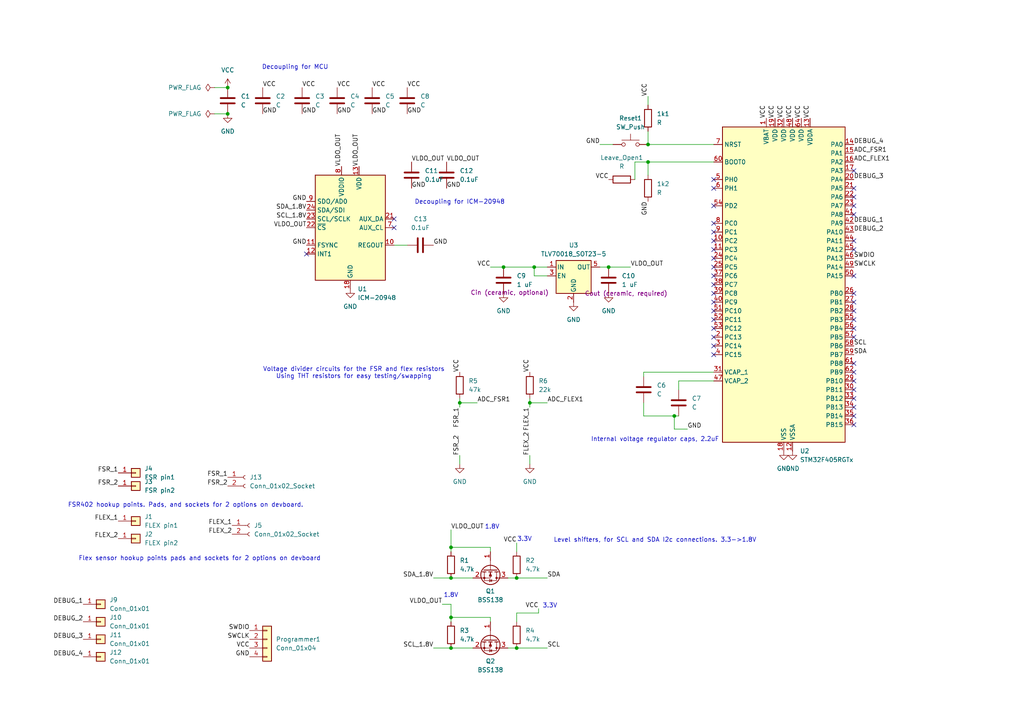
<source format=kicad_sch>
(kicad_sch (version 20250114) (generator "eeschema") (generator_version "9.0")
  (paper "A4")
  (lib_symbols
    (symbol "Connector:Conn_01x02_Socket" (pin_names (offset 1.016) (hide yes))
      (property "Reference" "J" (at 0 2.54 0))
      (property "Value" "Conn_01x02_Socket" (at 0 -5.08 0))
      (symbol "Conn_01x02_Socket_1_1"
        (polyline (pts (xy -1.27 0) (xy -0.508 0)) (stroke (width 0.1524)))
        (polyline (pts (xy -1.27 -2.54) (xy -0.508 -2.54)) (stroke (width 0.1524)))
        (arc (start 0 -0.508) (mid -0.5058 0) (end 0 0.508) (stroke (width 0.1524)))
        (arc (start 0 -3.048) (mid -0.5058 -2.54) (end 0 -2.032) (stroke (width 0.1524)))
        (pin passive line (at -5.08 0 0) (length 3.81) (name "Pin_1") (number "1"))
        (pin passive line (at -5.08 -2.54 0) (length 3.81) (name "Pin_2") (number "2"))
      )
    )
    (symbol "Connector_Generic:Conn_01x01" (pin_names (offset 1.016) (hide yes))
      (property "Reference" "J" (at 0 2.54 0))
      (property "Value" "Conn_01x01" (at 0 -2.54 0))
      (symbol "Conn_01x01_1_1"
        (rectangle (start -1.27 1.27) (end 1.27 -1.27) (stroke (width 0.254)) (fill (type background)))
        (rectangle (start -1.27 0.127) (end 0 -0.127) (stroke (width 0.1524)))
        (pin passive line (at -5.08 0 0) (length 3.81) (name "Pin_1") (number "1"))
      )
    )
    (symbol "Connector_Generic:Conn_01x04" (pin_names (offset 1.016) (hide yes))
      (property "Reference" "J" (at 0 5.08 0))
      (property "Value" "Conn_01x04" (at 0 -7.62 0))
      (symbol "Conn_01x04_1_1"
        (rectangle (start -1.27 3.81) (end 1.27 -6.35) (stroke (width 0.254)) (fill (type background)))
        (rectangle (start -1.27 2.667) (end 0 2.413) (stroke (width 0.1524)))
        (rectangle (start -1.27 0.127) (end 0 -0.127) (stroke (width 0.1524)))
        (rectangle (start -1.27 -2.413) (end 0 -2.667) (stroke (width 0.1524)))
        (rectangle (start -1.27 -4.953) (end 0 -5.207) (stroke (width 0.1524)))
        (pin passive line (at -5.08 2.54 0) (length 3.81) (name "Pin_1") (number "1"))
        (pin passive line (at -5.08 0 0) (length 3.81) (name "Pin_2") (number "2"))
        (pin passive line (at -5.08 -2.54 0) (length 3.81) (name "Pin_3") (number "3"))
        (pin passive line (at -5.08 -5.08 0) (length 3.81) (name "Pin_4") (number "4"))
      )
    )
    (symbol "Device:C" (pin_numbers (hide yes)) (pin_names (offset 0.254))
      (property "Reference" "C" (at 0.635 2.54 0))
      (property "Value" "C" (at 0.635 -2.54 0))
      (symbol "C_0_1"
        (polyline (pts (xy -2.032 0.762) (xy 2.032 0.762)) (stroke (width 0.508)))
        (polyline (pts (xy -2.032 -0.762) (xy 2.032 -0.762)) (stroke (width 0.508)))
      )
      (symbol "C_1_1"
        (pin passive line (at 0 3.81 270) (length 2.794) (name "~") (number "1"))
        (pin passive line (at 0 -3.81 90) (length 2.794) (name "~") (number "2"))
      )
    )
    (symbol "Device:R" (pin_numbers (hide yes)) (pin_names (offset 0))
      (property "Reference" "R" (at 2.032 0 90))
      (property "Value" "R" (at 0 0 90))
      (symbol "R_0_1"
        (rectangle (start -1.016 -2.54) (end 1.016 2.54) (stroke (width 0.254)))
      )
      (symbol "R_1_1"
        (pin passive line (at 0 3.81 270) (length 1.27) (name "~") (number "1"))
        (pin passive line (at 0 -3.81 90) (length 1.27) (name "~") (number "2"))
      )
    )
    (symbol "MCU_ST_STM32F4:STM32F405RGTx"
      (property "Reference" "U" (at -17.78 46.99 0))
      (property "Value" "STM32F405RGTx" (at 10.16 46.99 0))
      (symbol "STM32F405RGTx_0_1"
        (rectangle (start -17.78 -45.72) (end 17.78 45.72) (stroke (width 0.254)) (fill (type background)))
      )
      (symbol "STM32F405RGTx_1_1"
        (pin input line (at -20.32 40.64 0) (length 2.54) (name "NRST") (number "7"))
        (pin input line (at -20.32 35.56 0) (length 2.54) (name "BOOT0") (number "60"))
        (pin bidirectional line (at -20.32 30.48 0) (length 2.54) (name "PH0") (number "5"))
        (pin bidirectional line (at -20.32 27.94 0) (length 2.54) (name "PH1") (number "6"))
        (pin bidirectional line (at -20.32 22.86 0) (length 2.54) (name "PD2") (number "54"))
        (pin bidirectional line (at -20.32 17.78 0) (length 2.54) (name "PC0") (number "8"))
        (pin bidirectional line (at -20.32 15.24 0) (length 2.54) (name "PC1") (number "9"))
        (pin bidirectional line (at -20.32 12.7 0) (length 2.54) (name "PC2") (number "10"))
        (pin bidirectional line (at -20.32 10.16 0) (length 2.54) (name "PC3") (number "11"))
        (pin bidirectional line (at -20.32 7.62 0) (length 2.54) (name "PC4") (number "24"))
        (pin bidirectional line (at -20.32 5.08 0) (length 2.54) (name "PC5") (number "25"))
        (pin bidirectional line (at -20.32 2.54 0) (length 2.54) (name "PC6") (number "37"))
        (pin bidirectional line (at -20.32 0 0) (length 2.54) (name "PC7") (number "38"))
        (pin bidirectional line (at -20.32 -2.54 0) (length 2.54) (name "PC8") (number "39"))
        (pin bidirectional line (at -20.32 -5.08 0) (length 2.54) (name "PC9") (number "40"))
        (pin bidirectional line (at -20.32 -7.62 0) (length 2.54) (name "PC10") (number "51"))
        (pin bidirectional line (at -20.32 -10.16 0) (length 2.54) (name "PC11") (number "52"))
        (pin bidirectional line (at -20.32 -12.7 0) (length 2.54) (name "PC12") (number "53"))
        (pin bidirectional line (at -20.32 -15.24 0) (length 2.54) (name "PC13") (number "2"))
        (pin bidirectional line (at -20.32 -17.78 0) (length 2.54) (name "PC14") (number "3"))
        (pin bidirectional line (at -20.32 -20.32 0) (length 2.54) (name "PC15") (number "4"))
        (pin power_out line (at -20.32 -25.4 0) (length 2.54) (name "VCAP_1") (number "31"))
        (pin power_out line (at -20.32 -27.94 0) (length 2.54) (name "VCAP_2") (number "47"))
        (pin power_in line (at -5.08 48.26 270) (length 2.54) (name "VBAT") (number "1"))
        (pin power_in line (at -2.54 48.26 270) (length 2.54) (name "VDD") (number "19"))
        (pin power_in line (at 0 48.26 270) (length 2.54) (name "VDD") (number "32"))
        (pin power_in line (at 0 -48.26 90) (length 2.54) (name "VSS") (number "18"))
        (pin passive line (at 0 -48.26 90) (length 2.54) (hide yes) (name "VSS") (number "63"))
        (pin power_in line (at 2.54 48.26 270) (length 2.54) (name "VDD") (number "48"))
        (pin power_in line (at 2.54 -48.26 90) (length 2.54) (name "VSSA") (number "12"))
        (pin power_in line (at 5.08 48.26 270) (length 2.54) (name "VDD") (number "64"))
        (pin power_in line (at 7.62 48.26 270) (length 2.54) (name "VDDA") (number "13"))
        (pin bidirectional line (at 20.32 40.64 180) (length 2.54) (name "PA0") (number "14"))
        (pin bidirectional line (at 20.32 38.1 180) (length 2.54) (name "PA1") (number "15"))
        (pin bidirectional line (at 20.32 35.56 180) (length 2.54) (name "PA2") (number "16"))
        (pin bidirectional line (at 20.32 33.02 180) (length 2.54) (name "PA3") (number "17"))
        (pin bidirectional line (at 20.32 30.48 180) (length 2.54) (name "PA4") (number "20"))
        (pin bidirectional line (at 20.32 27.94 180) (length 2.54) (name "PA5") (number "21"))
        (pin bidirectional line (at 20.32 25.4 180) (length 2.54) (name "PA6") (number "22"))
        (pin bidirectional line (at 20.32 22.86 180) (length 2.54) (name "PA7") (number "23"))
        (pin bidirectional line (at 20.32 20.32 180) (length 2.54) (name "PA8") (number "41"))
        (pin bidirectional line (at 20.32 17.78 180) (length 2.54) (name "PA9") (number "42"))
        (pin bidirectional line (at 20.32 15.24 180) (length 2.54) (name "PA10") (number "43"))
        (pin bidirectional line (at 20.32 12.7 180) (length 2.54) (name "PA11") (number "44"))
        (pin bidirectional line (at 20.32 10.16 180) (length 2.54) (name "PA12") (number "45"))
        (pin bidirectional line (at 20.32 7.62 180) (length 2.54) (name "PA13") (number "46"))
        (pin bidirectional line (at 20.32 5.08 180) (length 2.54) (name "PA14") (number "49"))
        (pin bidirectional line (at 20.32 2.54 180) (length 2.54) (name "PA15") (number "50"))
        (pin bidirectional line (at 20.32 -2.54 180) (length 2.54) (name "PB0") (number "26"))
        (pin bidirectional line (at 20.32 -5.08 180) (length 2.54) (name "PB1") (number "27"))
        (pin bidirectional line (at 20.32 -7.62 180) (length 2.54) (name "PB2") (number "28"))
        (pin bidirectional line (at 20.32 -10.16 180) (length 2.54) (name "PB3") (number "55"))
        (pin bidirectional line (at 20.32 -12.7 180) (length 2.54) (name "PB4") (number "56"))
        (pin bidirectional line (at 20.32 -15.24 180) (length 2.54) (name "PB5") (number "57"))
        (pin bidirectional line (at 20.32 -17.78 180) (length 2.54) (name "PB6") (number "58"))
        (pin bidirectional line (at 20.32 -20.32 180) (length 2.54) (name "PB7") (number "59"))
        (pin bidirectional line (at 20.32 -22.86 180) (length 2.54) (name "PB8") (number "61"))
        (pin bidirectional line (at 20.32 -25.4 180) (length 2.54) (name "PB9") (number "62"))
        (pin bidirectional line (at 20.32 -27.94 180) (length 2.54) (name "PB10") (number "29"))
        (pin bidirectional line (at 20.32 -30.48 180) (length 2.54) (name "PB11") (number "30"))
        (pin bidirectional line (at 20.32 -33.02 180) (length 2.54) (name "PB12") (number "33"))
        (pin bidirectional line (at 20.32 -35.56 180) (length 2.54) (name "PB13") (number "34"))
        (pin bidirectional line (at 20.32 -38.1 180) (length 2.54) (name "PB14") (number "35"))
        (pin bidirectional line (at 20.32 -40.64 180) (length 2.54) (name "PB15") (number "36"))
      )
    )
    (symbol "Regulator_Linear:TLV70018_SOT23-5" (pin_names (offset 0.254))
      (property "Reference" "U" (at -3.81 5.715 0))
      (property "Value" "TLV70018_SOT23-5" (at 0 5.715 0))
      (symbol "TLV70018_SOT23-5_0_1"
        (rectangle (start -5.08 4.445) (end 5.08 -5.08) (stroke (width 0.254)) (fill (type background)))
      )
      (symbol "TLV70018_SOT23-5_1_1"
        (pin power_in line (at -7.62 2.54 0) (length 2.54) (name "IN") (number "1"))
        (pin input line (at -7.62 0 0) (length 2.54) (name "EN") (number "3"))
        (pin power_in line (at 0 -7.62 90) (length 2.54) (name "GND") (number "2"))
        (pin no_connect line (at 5.08 0 180) (length 2.54) (hide yes) (name "NC") (number "4"))
        (pin power_out line (at 7.62 2.54 180) (length 2.54) (name "OUT") (number "5"))
      )
    )
    (symbol "Sensor_Motion:ICM-20948"
      (property "Reference" "U" (at -11.43 16.51 0))
      (property "Value" "ICM-20948" (at 7.62 -16.51 0))
      (symbol "ICM-20948_0_1"
        (rectangle (start -10.16 15.24) (end 10.16 -15.24) (stroke (width 0.254)) (fill (type background)))
      )
      (symbol "ICM-20948_1_1"
        (pin bidirectional line (at -12.7 7.62 0) (length 2.54) (name "SDO/AD0") (number "9"))
        (pin bidirectional line (at -12.7 5.08 0) (length 2.54) (name "SDA/SDI") (number "24"))
        (pin input line (at -12.7 2.54 0) (length 2.54) (name "SCL/SCLK") (number "23"))
        (pin input line (at -12.7 0 0) (length 2.54) (name "~{CS}") (number "22"))
        (pin input line (at -12.7 -5.08 0) (length 2.54) (name "FSYNC") (number "11"))
        (pin output line (at -12.7 -7.62 0) (length 2.54) (name "INT1") (number "12"))
        (pin no_connect line (at -10.16 12.7 0) (length 2.54) (hide yes) (name "NC") (number "1"))
        (pin no_connect line (at -10.16 10.16 0) (length 2.54) (hide yes) (name "NC") (number "2"))
        (pin no_connect line (at -10.16 -2.54 0) (length 2.54) (hide yes) (name "NC") (number "3"))
        (pin no_connect line (at -10.16 -10.16 0) (length 2.54) (hide yes) (name "NC") (number "4"))
        (pin no_connect line (at -10.16 -12.7 0) (length 2.54) (hide yes) (name "NC") (number "5"))
        (pin power_in line (at -2.54 17.78 270) (length 2.54) (name "VDDIO") (number "8"))
        (pin power_in line (at 0 -17.78 90) (length 2.54) (name "GND") (number "18"))
        (pin passive line (at 0 -17.78 90) (length 2.54) (hide yes) (name "GND") (number "20"))
        (pin power_in line (at 2.54 17.78 270) (length 2.54) (name "VDD") (number "13"))
        (pin no_connect line (at 10.16 10.16 180) (length 2.54) (hide yes) (name "NC") (number "6"))
        (pin no_connect line (at 10.16 7.62 180) (length 2.54) (hide yes) (name "NC") (number "14"))
        (pin no_connect line (at 10.16 5.08 180) (length 2.54) (hide yes) (name "NC") (number "15"))
        (pin no_connect line (at 10.16 -7.62 180) (length 2.54) (hide yes) (name "NC") (number "16"))
        (pin no_connect line (at 10.16 -10.16 180) (length 2.54) (hide yes) (name "NC") (number "17"))
        (pin no_connect line (at 10.16 -12.7 180) (length 2.54) (hide yes) (name "RESV") (number "19"))
        (pin bidirectional line (at 12.7 2.54 180) (length 2.54) (name "AUX_DA") (number "21"))
        (pin output line (at 12.7 0 180) (length 2.54) (name "AUX_CL") (number "7"))
        (pin passive line (at 12.7 -5.08 180) (length 2.54) (name "REGOUT") (number "10"))
      )
    )
    (symbol "Switch:SW_Push" (pin_numbers (hide yes)) (pin_names (offset 1.016) (hide yes))
      (property "Reference" "SW" (at 1.27 2.54 0))
      (property "Value" "SW_Push" (at 0 -1.524 0))
      (symbol "SW_Push_0_1"
        (circle (center -2.032 0) (radius 0.508))
        (polyline (pts (xy 0 1.27) (xy 0 3.048)))
        (circle (center 2.032 0) (radius 0.508))
        (polyline (pts (xy 2.54 1.27) (xy -2.54 1.27)))
        (pin passive line (at -5.08 0 0) (length 2.54) (name "1") (number "1"))
        (pin passive line (at 5.08 0 180) (length 2.54) (name "2") (number "2"))
      )
    )
    (symbol "Transistor_FET:BSS138" (pin_names (offset 0) (hide yes))
      (property "Reference" "Q" (at 5.08 1.905 0))
      (property "Value" "BSS138" (at 5.08 0 0))
      (symbol "BSS138_0_1"
        (polyline (pts (xy 0.254 1.905) (xy 0.254 -1.905)) (stroke (width 0.254)))
        (polyline (pts (xy 0.254 0) (xy -2.54 0)))
        (polyline (pts (xy 0.762 2.286) (xy 0.762 1.27)) (stroke (width 0.254)))
        (polyline (pts (xy 0.762 0.508) (xy 0.762 -0.508)) (stroke (width 0.254)))
        (polyline (pts (xy 0.762 -1.27) (xy 0.762 -2.286)) (stroke (width 0.254)))
        (polyline (pts (xy 0.762 -1.778) (xy 3.302 -1.778) (xy 3.302 1.778) (xy 0.762 1.778)))
        (polyline (pts (xy 1.016 0) (xy 2.032 0.381) (xy 2.032 -0.381) (xy 1.016 0)) (fill (type outline)))
        (circle (center 1.651 0) (radius 2.794) (stroke (width 0.254)))
        (polyline (pts (xy 2.54 2.54) (xy 2.54 1.778)))
        (circle (center 2.54 1.778) (radius 0.254) (fill (type outline)))
        (circle (center 2.54 -1.778) (radius 0.254) (fill (type outline)))
        (polyline (pts (xy 2.54 -2.54) (xy 2.54 0) (xy 0.762 0)))
        (polyline (pts (xy 2.921 0.381) (xy 3.683 0.381)))
        (polyline (pts (xy 3.302 0.381) (xy 2.921 -0.254) (xy 3.683 -0.254) (xy 3.302 0.381)))
      )
      (symbol "BSS138_1_1"
        (pin input line (at -5.08 0 0) (length 2.54) (name "G") (number "1"))
        (pin passive line (at 2.54 5.08 270) (length 2.54) (name "D") (number "3"))
        (pin passive line (at 2.54 -5.08 90) (length 2.54) (name "S") (number "2"))
      )
    )
    (symbol "power:+3.3V" (power) (pin_numbers (hide yes)) (pin_names (offset 0) (hide yes))
      (property "Value" "+3.3V" (at 0 3.556 0))
      (symbol "+3.3V_0_1"
        (polyline (pts (xy -0.762 1.27) (xy 0 2.54)))
        (polyline (pts (xy 0 2.54) (xy 0.762 1.27)))
        (polyline (pts (xy 0 0) (xy 0 2.54)))
      )
      (symbol "+3.3V_1_1"
        (pin power_in line (at 0 0 90) (length 0) (name "~") (number "1"))
      )
    )
    (symbol "power:GND" (power) (pin_numbers (hide yes)) (pin_names (offset 0) (hide yes))
      (property "Value" "GND" (at 0 -3.81 0))
      (symbol "GND_0_1"
        (polyline (pts (xy 0 0) (xy 0 -1.27) (xy 1.27 -1.27) (xy 0 -2.54) (xy -1.27 -1.27) (xy 0 -1.27)))
      )
      (symbol "GND_1_1"
        (pin power_in line (at 0 0 270) (length 0) (name "~") (number "1"))
      )
    )
    (symbol "power:PWR_FLAG" (power) (pin_numbers (hide yes)) (pin_names (offset 0) (hide yes))
      (property "Value" "PWR_FLAG" (at 0 3.81 0))
      (symbol "PWR_FLAG_0_0"
        (pin power_out line (at 0 0 90) (length 0) (name "~") (number "1"))
      )
      (symbol "PWR_FLAG_0_1"
        (polyline (pts (xy 0 0) (xy 0 1.27) (xy -1.016 1.905) (xy 0 2.54) (xy 1.016 1.905) (xy 0 1.27)))
      )
    )
  )
  (text "1.8V\n" (at 142.748 152.908 0) (effects (font (size 1.27 1.27))))
  (text "1.8V\n" (at 130.81 172.72 0) (effects (font (size 1.27 1.27))))
  (text "FSR402 hookup points. Pads, and sockets for 2 options on devboard." (at 53.848 146.558 0) (effects (font (size 1.27 1.27))))
  (text "3.3V" (at 152.146 156.464 0) (effects (font (size 1.27 1.27))))
  (text "Internal voltage regulator caps, 2.2uF" (at 189.992 127.508 0) (effects (font (size 1.27 1.27))))
  (text "Decoupling for ICM-20948\n" (at 133.35 58.674 0) (effects (font (size 1.27 1.27))))
  (text "Decoupling for MCU\n" (at 85.598 19.558 0) (effects (font (size 1.27 1.27))))
  (text "Voltage divider circuits for the FSR and flex resistors\nUsing THT resistors for easy testing/swapping" (at 102.616 108.204 0) (effects (font (size 1.27 1.27))))
  (text "Level shifters, for SCL and SDA I2c connections. 3.3->1.8V\n\n" (at 189.992 157.734 0) (effects (font (size 1.27 1.27))))
  (text "3.3V" (at 159.512 175.768 0) (effects (font (size 1.27 1.27))))
  (text "Flex sensor hookup points pads and sockets for 2 options on devboard" (at 57.912 162.052 0) (effects (font (size 1.27 1.27))))
  (junction (at 187.96 46.99))
  (junction (at 146.05 77.47))
  (junction (at 130.81 179.07))
  (junction (at 130.81 158.75))
  (junction (at 176.53 77.47))
  (junction (at 154.94 77.47))
  (junction (at 187.96 41.91))
  (junction (at 130.81 167.64))
  (junction (at 66.04 25.4))
  (junction (at 133.35 116.84))
  (junction (at 149.86 167.64))
  (junction (at 149.86 187.96))
  (junction (at 195.58 120.65))
  (junction (at 153.67 116.84))
  (junction (at 66.04 33.02))
  (junction (at 130.81 187.96))
  (no_connect (at 207.01 54.61))
  (no_connect (at 247.65 87.63))
  (no_connect (at 207.01 80.01))
  (no_connect (at 247.65 110.49))
  (no_connect (at 247.65 80.01))
  (no_connect (at 247.65 105.41))
  (no_connect (at 247.65 59.69))
  (no_connect (at 247.65 97.79))
  (no_connect (at 207.01 85.09))
  (no_connect (at 114.3 66.04))
  (no_connect (at 247.65 72.39))
  (no_connect (at 247.65 118.11))
  (no_connect (at 207.01 92.71))
  (no_connect (at 207.01 64.77))
  (no_connect (at 247.65 54.61))
  (no_connect (at 207.01 100.33))
  (no_connect (at 247.65 123.19))
  (no_connect (at 207.01 74.93))
  (no_connect (at 247.65 69.85))
  (no_connect (at 207.01 82.55))
  (no_connect (at 207.01 90.17))
  (no_connect (at 88.9 73.66))
  (no_connect (at 207.01 102.87))
  (no_connect (at 207.01 87.63))
  (no_connect (at 247.65 57.15))
  (no_connect (at 247.65 120.65))
  (no_connect (at 207.01 52.07))
  (no_connect (at 207.01 59.69))
  (no_connect (at 247.65 90.17))
  (no_connect (at 207.01 69.85))
  (no_connect (at 247.65 95.25))
  (no_connect (at 247.65 115.57))
  (no_connect (at 247.65 92.71))
  (no_connect (at 207.01 95.25))
  (no_connect (at 247.65 107.95))
  (no_connect (at 207.01 97.79))
  (no_connect (at 247.65 113.03))
  (no_connect (at 207.01 67.31))
  (no_connect (at 247.65 62.23))
  (no_connect (at 207.01 77.47))
  (no_connect (at 207.01 72.39))
  (no_connect (at 114.3 63.5))
  (no_connect (at 247.65 85.09))
  (no_connect (at 247.65 49.53))
  (wire (pts (xy 153.67 134.62) (xy 153.67 132.08)))
  (wire (pts (xy 130.81 158.75) (xy 130.81 160.02)))
  (wire (pts (xy 173.99 77.47) (xy 176.53 77.47)))
  (wire (pts (xy 130.81 158.75) (xy 142.24 158.75)))
  (wire (pts (xy 149.86 167.64) (xy 158.75 167.64)))
  (wire (pts (xy 154.94 77.47) (xy 158.75 77.47)))
  (wire (pts (xy 149.86 177.8) (xy 156.21 177.8)))
  (wire (pts (xy 130.81 153.67) (xy 130.81 158.75)))
  (wire (pts (xy 153.67 116.84) (xy 158.75 116.84)))
  (wire (pts (xy 186.69 116.84) (xy 186.69 120.65)))
  (wire (pts (xy 62.23 25.4) (xy 66.04 25.4)))
  (wire (pts (xy 196.85 110.49) (xy 196.85 113.03)))
  (wire (pts (xy 186.69 107.95) (xy 207.01 107.95)))
  (wire (pts (xy 149.86 157.48) (xy 149.86 160.02)))
  (wire (pts (xy 149.86 187.96) (xy 158.75 187.96)))
  (wire (pts (xy 146.05 77.47) (xy 154.94 77.47)))
  (wire (pts (xy 184.15 46.99) (xy 187.96 46.99)))
  (wire (pts (xy 133.35 134.62) (xy 133.35 132.08)))
  (wire (pts (xy 149.86 177.8) (xy 149.86 180.34)))
  (wire (pts (xy 133.35 116.84) (xy 133.35 115.57)))
  (wire (pts (xy 153.67 116.84) (xy 153.67 115.57)))
  (wire (pts (xy 133.35 116.84) (xy 138.43 116.84)))
  (wire (pts (xy 195.58 120.65) (xy 196.85 120.65)))
  (wire (pts (xy 187.96 38.1) (xy 187.96 41.91)))
  (wire (pts (xy 173.99 41.91) (xy 177.8 41.91)))
  (wire (pts (xy 199.39 124.46) (xy 195.58 124.46)))
  (wire (pts (xy 125.73 167.64) (xy 130.81 167.64)))
  (wire (pts (xy 187.96 27.94) (xy 187.96 30.48)))
  (wire (pts (xy 195.58 124.46) (xy 195.58 120.65)))
  (wire (pts (xy 142.24 158.75) (xy 142.24 160.02)))
  (wire (pts (xy 186.69 120.65) (xy 195.58 120.65)))
  (wire (pts (xy 130.81 175.26) (xy 128.27 175.26)))
  (wire (pts (xy 153.67 118.11) (xy 153.67 116.84)))
  (wire (pts (xy 118.11 71.12) (xy 114.3 71.12)))
  (wire (pts (xy 130.81 187.96) (xy 137.16 187.96)))
  (wire (pts (xy 142.24 77.47) (xy 146.05 77.47)))
  (wire (pts (xy 142.24 179.07) (xy 142.24 180.34)))
  (wire (pts (xy 186.69 109.22) (xy 186.69 107.95)))
  (wire (pts (xy 147.32 167.64) (xy 149.86 167.64)))
  (wire (pts (xy 187.96 46.99) (xy 187.96 50.8)))
  (wire (pts (xy 154.94 80.01) (xy 154.94 77.47)))
  (wire (pts (xy 187.96 41.91) (xy 207.01 41.91)))
  (wire (pts (xy 147.32 187.96) (xy 149.86 187.96)))
  (wire (pts (xy 187.96 46.99) (xy 207.01 46.99)))
  (wire (pts (xy 130.81 179.07) (xy 130.81 180.34)))
  (wire (pts (xy 62.23 33.02) (xy 66.04 33.02)))
  (wire (pts (xy 196.85 110.49) (xy 207.01 110.49)))
  (wire (pts (xy 176.53 77.47) (xy 182.88 77.47)))
  (wire (pts (xy 125.73 187.96) (xy 130.81 187.96)))
  (wire (pts (xy 130.81 167.64) (xy 137.16 167.64)))
  (wire (pts (xy 156.21 177.8) (xy 156.21 176.53)))
  (wire (pts (xy 158.75 80.01) (xy 154.94 80.01)))
  (wire (pts (xy 184.15 46.99) (xy 184.15 52.07)))
  (wire (pts (xy 133.35 118.11) (xy 133.35 116.84)))
  (wire (pts (xy 130.81 175.26) (xy 130.81 179.07)))
  (wire (pts (xy 130.81 179.07) (xy 142.24 179.07)))
  (label "VCC" (at 234.95 34.29 90))
  (label "FSR_1" (at 133.35 118.11 270))
  (label "FLEX_1" (at 34.29 151.13 180))
  (label "VLDO_OUT" (at 104.14 48.26 90))
  (label "DEBUG_4" (at 247.65 41.91 0))
  (label "GND" (at 118.11 33.02 0))
  (label "VCC" (at 229.87 34.29 90))
  (label "ADC_FSR1" (at 138.43 116.84 0))
  (label "SDA" (at 247.65 102.87 0))
  (label "VCC" (at 142.24 77.47 180))
  (label "DEBUG_1" (at 247.65 64.77 0))
  (label "DEBUG_3" (at 247.65 52.07 0))
  (label "GND" (at 97.79 33.02 0))
  (label "ADC_FSR1" (at 247.65 44.45 0))
  (label "VCC" (at 133.35 107.95 90))
  (label "VCC" (at 156.21 176.53 180))
  (label "VLDO_OUT" (at 128.27 175.26 180))
  (label "VLDO_OUT" (at 88.9 66.04 180))
  (label "VCC" (at 187.96 27.94 90))
  (label "VLDO_OUT" (at 130.81 153.67 0))
  (label "FLEX_2" (at 153.67 132.08 90))
  (label "VCC" (at 76.2 25.4 0))
  (label "FSR_2" (at 66.04 140.97 180))
  (label "DEBUG_4" (at 24.13 190.5 180))
  (label "VLDO_OUT" (at 99.06 48.26 90))
  (label "GND" (at 129.54 54.61 0))
  (label "GND" (at 87.63 33.02 0))
  (label "FLEX_1" (at 153.67 118.11 270))
  (label "VCC" (at 118.11 25.4 0))
  (label "VCC" (at 72.39 187.96 180))
  (label "VCC" (at 107.95 25.4 0))
  (label "SCL" (at 158.75 187.96 0))
  (label "GND" (at 107.95 33.02 0))
  (label "GND" (at 119.38 54.61 0))
  (label "VCC" (at 87.63 25.4 0))
  (label "FLEX_1" (at 67.31 152.4 180))
  (label "FSR_2" (at 34.29 140.97 180))
  (label "VCC" (at 153.67 107.95 90))
  (label "GND" (at 125.73 71.12 0))
  (label "VCC" (at 176.53 52.07 180))
  (label "GND" (at 187.96 58.42 270))
  (label "SWDIO" (at 72.39 182.88 180))
  (label "ADC_FLEX1" (at 158.75 116.84 0))
  (label "VCC" (at 222.25 34.29 90))
  (label "VLDO_OUT" (at 182.88 77.47 0))
  (label "SCL_1.8V" (at 125.73 187.96 180))
  (label "SCL" (at 247.65 100.33 0))
  (label "DEBUG_3" (at 24.13 185.42 180))
  (label "FSR_1" (at 66.04 138.43 180))
  (label "GND" (at 88.9 58.42 180))
  (label "SDA" (at 158.75 167.64 0))
  (label "GND" (at 173.99 41.91 180))
  (label "SCL_1.8V" (at 88.9 63.5 180))
  (label "VCC" (at 149.86 157.48 180))
  (label "DEBUG_1" (at 24.13 175.26 180))
  (label "FSR_1" (at 34.29 137.16 180))
  (label "SWCLK" (at 247.65 77.47 0))
  (label "DEBUG_2" (at 247.65 67.31 0))
  (label "FSR_2" (at 133.35 132.08 90))
  (label "GND" (at 76.2 33.02 0))
  (label "FLEX_2" (at 67.31 154.94 180))
  (label "GND" (at 199.39 124.46 0))
  (label "SWDIO" (at 247.65 74.93 0))
  (label "DEBUG_2" (at 24.13 180.34 180))
  (label "SDA_1.8V" (at 125.73 167.64 180))
  (label "FLEX_2" (at 34.29 156.21 180))
  (label "VCC" (at 227.33 34.29 90))
  (label "VCC" (at 97.79 25.4 0))
  (label "GND" (at 72.39 190.5 180))
  (label "SDA_1.8V" (at 88.9 60.96 180))
  (label "VLDO_OUT" (at 119.38 46.99 0))
  (label "GND" (at 88.9 71.12 180))
  (label "SWCLK" (at 72.39 185.42 180))
  (label "VCC" (at 232.41 34.29 90))
  (label "VLDO_OUT" (at 129.54 46.99 0))
  (label "ADC_FLEX1" (at 247.65 46.99 0))
  (label "VCC" (at 224.79 34.29 90))
  (symbol (lib_id "power:GND") (at 133.35 134.62 0) (unit 1)
    (property "Reference" "#PWR09" (effects (hide yes)))
    (property "Value" "GND" (at 133.35 139.7 0))
    (property "Description" "Power symbol creates a global label with name \"GND\" , ground" (effects (hide yes)))
  )
  (symbol (lib_id "Device:C") (at 66.04 29.21 0) (unit 1)
    (property "Reference" "C1" (at 69.85 27.9399 0) (effects (justify left)))
    (property "Value" "C" (at 69.85 30.4799 0) (effects (justify left)))
    (property "Footprint" "Capacitor_SMD:C_0603_1608Metric_Pad1.08x0.95mm_HandSolder" (effects (hide yes)))
    (property "Description" "Unpolarized capacitor" (effects (hide yes)))
  )
  (symbol (lib_id "power:GND") (at 101.6 83.82 0) (unit 1)
    (property "Reference" "#PWR06" (effects (hide yes)))
    (property "Value" "GND" (at 101.6 88.9 0))
    (property "Description" "Power symbol creates a global label with name \"GND\" , ground" (effects (hide yes)))
  )
  (symbol (lib_id "Regulator_Linear:TLV70018_SOT23-5") (at 166.37 80.01 0) (unit 1)
    (property "Reference" "U3" (at 166.37 71.12 0))
    (property "Value" "TLV70018_SOT23-5" (at 166.37 73.66 0))
    (property "Footprint" "Package_TO_SOT_SMD:SOT-23-5" (effects (hide yes)))
    (property "Datasheet" "http://www.ti.com/lit/ds/symlink/tlv700.pdf" (effects (hide yes)))
    (property "Description" "200mA Low Dropout Voltage Regulator, Fixed Output 1.8V, SOT-23-5" (effects (hide yes)))
  )
  (symbol (lib_id "Device:R") (at 130.81 163.83 0) (unit 1)
    (property "Reference" "R1" (at 133.35 162.5599 0) (effects (justify left)))
    (property "Value" "4.7k" (at 133.35 165.0999 0) (effects (justify left)))
    (property "Footprint" "Resistor_SMD:R_0603_1608Metric_Pad0.98x0.95mm_HandSolder" (effects (hide yes)))
    (property "Description" "Resistor" (effects (hide yes)))
  )
  (symbol (lib_id "power:GND") (at 176.53 85.09 0) (unit 1)
    (property "Reference" "#PWR05" (effects (hide yes)))
    (property "Value" "GND" (at 176.53 90.17 0))
    (property "Description" "Power symbol creates a global label with name \"GND\" , ground" (effects (hide yes)))
  )
  (symbol (lib_id "Connector_Generic:Conn_01x01") (at 39.37 156.21 0) (unit 1)
    (property "Reference" "J2" (at 41.91 154.9399 0) (effects (justify left)))
    (property "Value" "FLEX pin2" (at 41.91 157.4799 0) (effects (justify left)))
    (property "Footprint" "TestPoint:TestPoint_Pad_1.5x1.5mm" (effects (hide yes)))
    (property "Description" "Generic connector, single row, 01x01, script generated (kicad-library-utils/schlib/autogen/connector/)" (effects (hide yes)))
  )
  (symbol (lib_id "Transistor_FET:BSS138") (at 142.24 185.42 270) (unit 1)
    (property "Reference" "Q2" (at 142.24 191.77 90))
    (property "Value" "BSS138" (at 142.24 194.31 90))
    (property "Footprint" "Package_TO_SOT_SMD:SOT-23" (effects (hide yes)))
    (property "Datasheet" "https://www.onsemi.com/pub/Collateral/BSS138-D.PDF" (effects (hide yes)))
    (property "Description" "50V Vds, 0.22A Id, N-Channel MOSFET, SOT-23" (effects (hide yes)))
  )
  (symbol (lib_id "Device:C") (at 129.54 50.8 0) (unit 1)
    (property "Reference" "C12" (at 133.35 49.5299 0) (effects (justify left)))
    (property "Value" "0.1uF" (at 133.35 52.0699 0) (effects (justify left)))
    (property "Footprint" "Capacitor_SMD:C_0603_1608Metric_Pad1.08x0.95mm_HandSolder" (effects (hide yes)))
    (property "Description" "Unpolarized capacitor" (effects (hide yes)))
  )
  (symbol (lib_id "Device:C") (at 176.53 81.28 0) (unit 1)
    (property "Reference" "C10" (at 180.34 80.0099 0) (effects (justify left)))
    (property "Value" "1 uF" (at 180.34 82.5499 0) (effects (justify left)))
    (property "Footprint" "Capacitor_SMD:C_0603_1608Metric_Pad1.08x0.95mm_HandSolder" (effects (hide yes)))
    (property "Description" "Unpolarized capacitor" (effects (hide yes)))
    (property "Field5" "Cout (ceramic, required)" (at 181.61 85.09 0))
  )
  (symbol (lib_id "Connector_Generic:Conn_01x04") (at 77.47 185.42 0) (unit 1)
    (property "Reference" "Programmer1" (at 80.01 185.4199 0) (effects (justify left)))
    (property "Value" "Conn_01x04" (at 80.01 187.9599 0) (effects (justify left)))
    (property "Footprint" "Connector_PinHeader_2.54mm:PinHeader_1x04_P2.54mm_Vertical" (effects (hide yes)))
    (property "Description" "Generic connector, single row, 01x04, script generated (kicad-library-utils/schlib/autogen/connector/)" (effects (hide yes)))
  )
  (symbol (lib_id "Connector_Generic:Conn_01x01") (at 39.37 137.16 0) (unit 1)
    (property "Reference" "J4" (at 41.91 135.8899 0) (effects (justify left)))
    (property "Value" "FSR pin1" (at 41.91 138.4299 0) (effects (justify left)))
    (property "Footprint" "TestPoint:TestPoint_Pad_1.5x1.5mm" (effects (hide yes)))
    (property "Description" "Generic connector, single row, 01x01, script generated (kicad-library-utils/schlib/autogen/connector/)" (effects (hide yes)))
  )
  (symbol (lib_id "Device:R") (at 180.34 52.07 270) (unit 1)
    (property "Reference" "Leave_Open1" (at 180.34 45.72 90))
    (property "Value" "R" (at 180.34 48.26 90))
    (property "Footprint" "Resistor_THT:R_Axial_DIN0204_L3.6mm_D1.6mm_P7.62mm_Horizontal" (effects (hide yes)))
    (property "Description" "Resistor" (effects (hide yes)))
  )
  (symbol (lib_id "Connector_Generic:Conn_01x01") (at 29.21 175.26 0) (unit 1)
    (property "Reference" "J9" (at 31.75 173.9899 0) (effects (justify left)))
    (property "Value" "Conn_01x01" (at 31.75 176.5299 0) (effects (justify left)))
    (property "Footprint" "TestPoint:TestPoint_Pad_1.5x1.5mm" (effects (hide yes)))
    (property "Description" "Generic connector, single row, 01x01, script generated (kicad-library-utils/schlib/autogen/connector/)" (effects (hide yes)))
  )
  (symbol (lib_id "power:PWR_FLAG") (at 62.23 25.4 90) (unit 1)
    (property "Reference" "#FLG01" (effects (hide yes)))
    (property "Value" "PWR_FLAG" (at 58.42 25.3999 90) (effects (justify left)))
    (property "Description" "Special symbol for telling ERC where power comes from" (effects (hide yes)))
  )
  (symbol (lib_id "power:PWR_FLAG") (at 62.23 33.02 90) (unit 1)
    (property "Reference" "#FLG02" (effects (hide yes)))
    (property "Value" "PWR_FLAG" (at 58.42 33.0199 90) (effects (justify left)))
    (property "Description" "Special symbol for telling ERC where power comes from" (effects (hide yes)))
  )
  (symbol (lib_id "Connector_Generic:Conn_01x01") (at 39.37 140.97 0) (unit 1)
    (property "Reference" "J3" (at 41.91 139.6999 0) (effects (justify left)))
    (property "Value" "FSR pin2" (at 41.91 142.2399 0) (effects (justify left)))
    (property "Footprint" "TestPoint:TestPoint_Pad_1.5x1.5mm" (effects (hide yes)))
    (property "Description" "Generic connector, single row, 01x01, script generated (kicad-library-utils/schlib/autogen/connector/)" (effects (hide yes)))
  )
  (symbol (lib_id "Device:R") (at 187.96 34.29 0) (unit 1)
    (property "Reference" "1k1" (at 190.5 33.0199 0) (effects (justify left)))
    (property "Value" "R" (at 190.5 35.5599 0) (effects (justify left)))
    (property "Footprint" "Resistor_SMD:R_0603_1608Metric_Pad0.98x0.95mm_HandSolder" (effects (hide yes)))
    (property "Description" "Resistor" (effects (hide yes)))
  )
  (symbol (lib_id "Device:C") (at 97.79 29.21 0) (unit 1)
    (property "Reference" "C4" (at 101.6 27.9399 0) (effects (justify left)))
    (property "Value" "C" (at 101.6 30.4799 0) (effects (justify left)))
    (property "Footprint" "Capacitor_SMD:C_0603_1608Metric_Pad1.08x0.95mm_HandSolder" (effects (hide yes)))
    (property "Description" "Unpolarized capacitor" (effects (hide yes)))
  )
  (symbol (lib_id "Connector:Conn_01x02_Socket") (at 72.39 152.4 0) (unit 1)
    (property "Reference" "J5" (at 73.66 152.3999 0) (effects (justify left)))
    (property "Value" "Conn_01x02_Socket" (at 73.66 154.9399 0) (effects (justify left)))
    (property "Footprint" "Connector_PinHeader_2.54mm:PinHeader_1x02_P2.54mm_Vertical" (effects (hide yes)))
    (property "Description" "Generic connector, single row, 01x02, script generated" (effects (hide yes)))
  )
  (symbol (lib_id "power:+3.3V") (at 66.04 25.4 0) (unit 1)
    (property "Reference" "#PWR01" (effects (hide yes)))
    (property "Value" "VCC" (at 66.04 20.32 0))
    (property "Description" "Power symbol creates a global label with name \"+3.3V\"" (effects (hide yes)))
  )
  (symbol (lib_id "Device:R") (at 133.35 111.76 0) (unit 1)
    (property "Reference" "R5" (at 135.89 110.4899 0) (effects (justify left)))
    (property "Value" "47k" (at 135.89 113.0299 0) (effects (justify left)))
    (property "Footprint" "Resistor_THT:R_Axial_DIN0207_L6.3mm_D2.5mm_P10.16mm_Horizontal" (effects (hide yes)))
    (property "Description" "Resistor" (effects (hide yes)))
  )
  (symbol (lib_id "Device:C") (at 186.69 113.03 0) (unit 1)
    (property "Reference" "C6" (at 190.5 111.7599 0) (effects (justify left)))
    (property "Value" "C" (at 190.5 114.2999 0) (effects (justify left)))
    (property "Footprint" "Capacitor_SMD:C_0603_1608Metric_Pad1.08x0.95mm_HandSolder" (effects (hide yes)))
    (property "Description" "Unpolarized capacitor" (effects (hide yes)))
  )
  (symbol (lib_id "power:GND") (at 146.05 85.09 0) (unit 1)
    (property "Reference" "#PWR03" (effects (hide yes)))
    (property "Value" "GND" (at 146.05 90.17 0))
    (property "Description" "Power symbol creates a global label with name \"GND\" , ground" (effects (hide yes)))
  )
  (symbol (lib_id "Device:R") (at 187.96 54.61 0) (unit 1)
    (property "Reference" "1k2" (at 190.5 53.3399 0) (effects (justify left)))
    (property "Value" "R" (at 190.5 55.8799 0) (effects (justify left)))
    (property "Footprint" "Resistor_SMD:R_0603_1608Metric_Pad0.98x0.95mm_HandSolder" (effects (hide yes)))
    (property "Description" "Resistor" (effects (hide yes)))
  )
  (symbol (lib_id "power:GND") (at 227.33 130.81 0) (unit 1)
    (property "Reference" "#PWR07" (effects (hide yes)))
    (property "Value" "GND" (at 227.33 135.89 0))
    (property "Description" "Power symbol creates a global label with name \"GND\" , ground" (effects (hide yes)))
  )
  (symbol (lib_id "Device:R") (at 149.86 184.15 0) (unit 1)
    (property "Reference" "R4" (at 152.4 182.8799 0) (effects (justify left)))
    (property "Value" "4.7k" (at 152.4 185.4199 0) (effects (justify left)))
    (property "Footprint" "Resistor_SMD:R_0603_1608Metric_Pad0.98x0.95mm_HandSolder" (effects (hide yes)))
    (property "Description" "Resistor" (effects (hide yes)))
  )
  (symbol (lib_id "Connector_Generic:Conn_01x01") (at 29.21 190.5 0) (unit 1)
    (property "Reference" "J12" (at 31.75 189.2299 0) (effects (justify left)))
    (property "Value" "Conn_01x01" (at 31.75 191.7699 0) (effects (justify left)))
    (property "Footprint" "TestPoint:TestPoint_Pad_1.5x1.5mm" (effects (hide yes)))
    (property "Description" "Generic connector, single row, 01x01, script generated (kicad-library-utils/schlib/autogen/connector/)" (effects (hide yes)))
  )
  (symbol (lib_id "power:GND") (at 166.37 87.63 0) (unit 1)
    (property "Reference" "#PWR04" (effects (hide yes)))
    (property "Value" "GND" (at 166.37 92.71 0))
    (property "Description" "Power symbol creates a global label with name \"GND\" , ground" (effects (hide yes)))
  )
  (symbol (lib_id "Device:C") (at 76.2 29.21 0) (unit 1)
    (property "Reference" "C2" (at 80.01 27.9399 0) (effects (justify left)))
    (property "Value" "C" (at 80.01 30.4799 0) (effects (justify left)))
    (property "Footprint" "Capacitor_SMD:C_0603_1608Metric_Pad1.08x0.95mm_HandSolder" (effects (hide yes)))
    (property "Description" "Unpolarized capacitor" (effects (hide yes)))
  )
  (symbol (lib_id "Device:C") (at 118.11 29.21 0) (unit 1)
    (property "Reference" "C8" (at 121.92 27.9399 0) (effects (justify left)))
    (property "Value" "C" (at 121.92 30.4799 0) (effects (justify left)))
    (property "Footprint" "Capacitor_SMD:C_0603_1608Metric_Pad1.08x0.95mm_HandSolder" (effects (hide yes)))
    (property "Description" "Unpolarized capacitor" (effects (hide yes)))
  )
  (symbol (lib_id "Device:C") (at 196.85 116.84 0) (unit 1)
    (property "Reference" "C7" (at 200.66 115.5699 0) (effects (justify left)))
    (property "Value" "C" (at 200.66 118.1099 0) (effects (justify left)))
    (property "Footprint" "Capacitor_SMD:C_0603_1608Metric_Pad1.08x0.95mm_HandSolder" (effects (hide yes)))
    (property "Description" "Unpolarized capacitor" (effects (hide yes)))
  )
  (symbol (lib_id "Transistor_FET:BSS138") (at 142.24 165.1 270) (unit 1)
    (property "Reference" "Q1" (at 142.24 171.45 90))
    (property "Value" "BSS138" (at 142.24 173.99 90))
    (property "Footprint" "Package_TO_SOT_SMD:SOT-23" (effects (hide yes)))
    (property "Datasheet" "https://www.onsemi.com/pub/Collateral/BSS138-D.PDF" (effects (hide yes)))
    (property "Description" "50V Vds, 0.22A Id, N-Channel MOSFET, SOT-23" (effects (hide yes)))
  )
  (symbol (lib_id "power:GND") (at 66.04 33.02 0) (unit 1)
    (property "Reference" "#PWR02" (effects (hide yes)))
    (property "Value" "GND" (at 66.04 38.1 0))
    (property "Description" "Power symbol creates a global label with name \"GND\" , ground" (effects (hide yes)))
  )
  (symbol (lib_id "Connector_Generic:Conn_01x01") (at 39.37 151.13 0) (unit 1)
    (property "Reference" "J1" (at 41.91 149.8599 0) (effects (justify left)))
    (property "Value" "FLEX pin1" (at 41.91 152.3999 0) (effects (justify left)))
    (property "Footprint" "TestPoint:TestPoint_Pad_1.5x1.5mm" (effects (hide yes)))
    (property "Description" "Generic connector, single row, 01x01, script generated (kicad-library-utils/schlib/autogen/connector/)" (effects (hide yes)))
  )
  (symbol (lib_id "power:GND") (at 229.87 130.81 0) (unit 1)
    (property "Reference" "#PWR08" (effects (hide yes)))
    (property "Value" "GND" (at 229.87 135.89 0))
    (property "Description" "Power symbol creates a global label with name \"GND\" , ground" (effects (hide yes)))
  )
  (symbol (lib_id "Connector:Conn_01x02_Socket") (at 71.12 138.43 0) (unit 1)
    (property "Reference" "J13" (at 72.39 138.4299 0) (effects (justify left)))
    (property "Value" "Conn_01x02_Socket" (at 72.39 140.9699 0) (effects (justify left)))
    (property "Footprint" "Connector_PinHeader_2.54mm:PinHeader_1x02_P2.54mm_Vertical" (effects (hide yes)))
    (property "Description" "Generic connector, single row, 01x02, script generated" (effects (hide yes)))
  )
  (symbol (lib_id "Device:C") (at 146.05 81.28 0) (unit 1)
    (property "Reference" "C9" (at 149.86 80.0099 0) (effects (justify left)))
    (property "Value" "1 uF" (at 149.86 82.5499 0) (effects (justify left)))
    (property "Footprint" "Capacitor_SMD:C_0603_1608Metric_Pad1.08x0.95mm_HandSolder" (effects (hide yes)))
    (property "Description" "Unpolarized capacitor" (effects (hide yes)))
    (property "Notes" "Cin (ceramic, optional)" (at 147.828 84.836 0))
  )
  (symbol (lib_id "Device:C") (at 119.38 50.8 0) (unit 1)
    (property "Reference" "C11" (at 123.19 49.5299 0) (effects (justify left)))
    (property "Value" "0.1uF" (at 123.19 52.0699 0) (effects (justify left)))
    (property "Footprint" "Capacitor_SMD:C_0603_1608Metric_Pad1.08x0.95mm_HandSolder" (effects (hide yes)))
    (property "Description" "Unpolarized capacitor" (effects (hide yes)))
  )
  (symbol (lib_id "MCU_ST_STM32F4:STM32F405RGTx") (at 227.33 82.55 0) (unit 1)
    (property "Reference" "U2" (at 232.0133 130.81 0) (effects (justify left)))
    (property "Value" "STM32F405RGTx" (at 232.0133 133.35 0) (effects (justify left)))
    (property "Footprint" "Package_QFP:LQFP-64_10x10mm_P0.5mm" (effects (hide yes)))
    (property "Datasheet" "https://www.st.com/resource/en/datasheet/stm32f405rg.pdf" (effects (hide yes)))
    (property "Description" "STMicroelectronics Arm Cortex-M4 MCU, 1024KB flash, 192KB RAM, 168 MHz, 1.8-3.6V, 51 GPIO, LQFP64" (effects (hide yes)))
  )
  (symbol (lib_id "Device:C") (at 107.95 29.21 0) (unit 1)
    (property "Reference" "C5" (at 111.76 27.9399 0) (effects (justify left)))
    (property "Value" "C" (at 111.76 30.4799 0) (effects (justify left)))
    (property "Footprint" "Capacitor_SMD:C_0603_1608Metric_Pad1.08x0.95mm_HandSolder" (effects (hide yes)))
    (property "Description" "Unpolarized capacitor" (effects (hide yes)))
  )
  (symbol (lib_id "Device:R") (at 130.81 184.15 0) (unit 1)
    (property "Reference" "R3" (at 133.35 182.8799 0) (effects (justify left)))
    (property "Value" "4.7k" (at 133.35 185.4199 0) (effects (justify left)))
    (property "Footprint" "Resistor_SMD:R_0603_1608Metric_Pad0.98x0.95mm_HandSolder" (effects (hide yes)))
    (property "Description" "Resistor" (effects (hide yes)))
  )
  (symbol (lib_id "Sensor_Motion:ICM-20948") (at 101.6 66.04 0) (unit 1)
    (property "Reference" "U1" (at 103.7433 83.82 0) (effects (justify left)))
    (property "Value" "ICM-20948" (at 103.7433 86.36 0) (effects (justify left)))
    (property "Footprint" "Sensor_Motion:InvenSense_QFN-24_3x3mm_P0.4mm" (effects (hide yes)))
    (property "Datasheet" "http://www.invensense.com/wp-content/uploads/2016/06/DS-000189-ICM-20948-v1.3.pdf" (effects (hide yes)))
    (property "Description" "InvenSense 9-Axis Motion Sensor, Accelerometer, Gyroscope, Compass, I2C/SPI, QFN-24" (effects (hide yes)))
  )
  (symbol (lib_id "Device:C") (at 121.92 71.12 90) (unit 1)
    (property "Reference" "C13" (at 121.92 63.5 90))
    (property "Value" "0.1uF" (at 121.92 66.04 90))
    (property "Footprint" "Capacitor_SMD:C_0603_1608Metric_Pad1.08x0.95mm_HandSolder" (effects (hide yes)))
    (property "Description" "Unpolarized capacitor" (effects (hide yes)))
  )
  (symbol (lib_id "Connector_Generic:Conn_01x01") (at 29.21 185.42 0) (unit 1)
    (property "Reference" "J11" (at 31.75 184.1499 0) (effects (justify left)))
    (property "Value" "Conn_01x01" (at 31.75 186.6899 0) (effects (justify left)))
    (property "Footprint" "TestPoint:TestPoint_Pad_1.5x1.5mm" (effects (hide yes)))
    (property "Description" "Generic connector, single row, 01x01, script generated (kicad-library-utils/schlib/autogen/connector/)" (effects (hide yes)))
  )
  (symbol (lib_id "Device:C") (at 87.63 29.21 0) (unit 1)
    (property "Reference" "C3" (at 91.44 27.9399 0) (effects (justify left)))
    (property "Value" "C" (at 91.44 30.4799 0) (effects (justify left)))
    (property "Footprint" "Capacitor_SMD:C_0603_1608Metric_Pad1.08x0.95mm_HandSolder" (effects (hide yes)))
    (property "Description" "Unpolarized capacitor" (effects (hide yes)))
  )
  (symbol (lib_id "Switch:SW_Push") (at 182.88 41.91 0) (unit 1)
    (property "Reference" "Reset1" (at 182.88 34.29 0))
    (property "Value" "SW_Push" (at 182.88 36.83 0))
    (property "Footprint" "Button_Switch_THT:SW_PUSH_6mm_H4.3mm" (effects (hide yes)))
    (property "Description" "Push button switch, generic, two pins" (effects (hide yes)))
  )
  (symbol (lib_id "power:GND") (at 153.67 134.62 0) (unit 1)
    (property "Reference" "#PWR010" (effects (hide yes)))
    (property "Value" "GND" (at 153.67 139.7 0))
    (property "Description" "Power symbol creates a global label with name \"GND\" , ground" (effects (hide yes)))
  )
  (symbol (lib_id "Connector_Generic:Conn_01x01") (at 29.21 180.34 0) (unit 1)
    (property "Reference" "J10" (at 31.75 179.0699 0) (effects (justify left)))
    (property "Value" "Conn_01x01" (at 31.75 181.6099 0) (effects (justify left)))
    (property "Footprint" "TestPoint:TestPoint_Pad_1.5x1.5mm" (effects (hide yes)))
    (property "Description" "Generic connector, single row, 01x01, script generated (kicad-library-utils/schlib/autogen/connector/)" (effects (hide yes)))
  )
  (symbol (lib_id "Device:R") (at 153.67 111.76 0) (unit 1)
    (property "Reference" "R6" (at 156.21 110.4899 0) (effects (justify left)))
    (property "Value" "22k" (at 156.21 113.0299 0) (effects (justify left)))
    (property "Footprint" "Resistor_THT:R_Axial_DIN0207_L6.3mm_D2.5mm_P10.16mm_Horizontal" (effects (hide yes)))
    (property "Description" "Resistor" (effects (hide yes)))
  )
  (symbol (lib_id "Device:R") (at 149.86 163.83 0) (unit 1)
    (property "Reference" "R2" (at 152.4 162.5599 0) (effects (justify left)))
    (property "Value" "4.7k" (at 152.4 165.0999 0) (effects (justify left)))
    (property "Footprint" "Resistor_SMD:R_0603_1608Metric_Pad0.98x0.95mm_HandSolder" (effects (hide yes)))
    (property "Description" "Resistor" (effects (hide yes)))
  )
)
</source>
